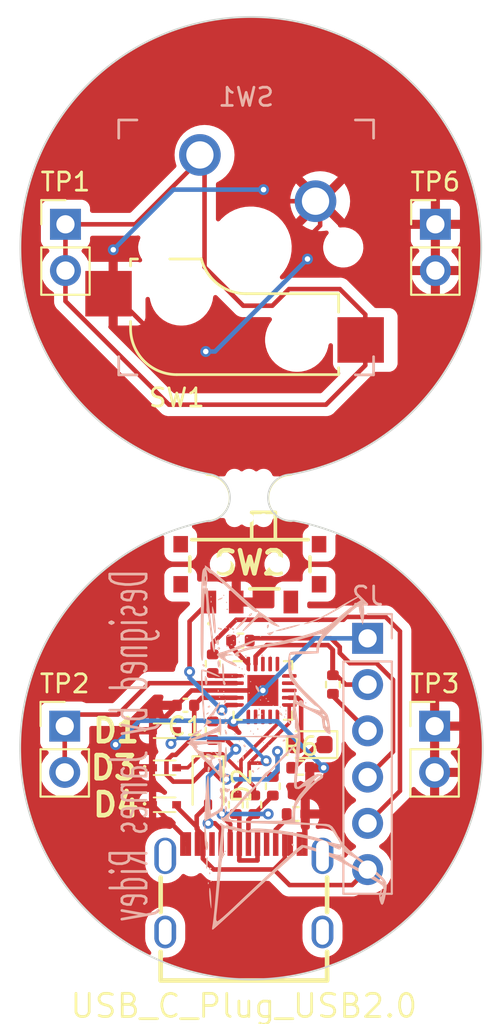
<source format=kicad_pcb>
(kicad_pcb (version 20221018) (generator pcbnew)
  (layers (0 "F.Cu" signal) (31 "B.Cu" signal) (34 "B.Paste" user) (35 "F.Paste" user) (36 "B.SilkS" user "B.Silkscreen") (37 "F.SilkS" user "F.Silkscreen") (38 "B.Mask" user) (39 "F.Mask" user) (44 "Edge.Cuts" user))
  (net 0 "")
  (net 1 "GND")
  (net 2 "/D-")
  (net 3 "+5VP")
  (net 4 "/D+")
  (net 5 "Net-(P1-CC2)")
  (net 6 "Net-(P1-CC1)")
  (net 9 "/PA3")
  (net 10 "/PA4")
  (net 11 "/PA5")
  (net 12 "/PA6")
  (net 13 "/PA7")
  (net 14 "/PB0")
  (net 15 "/PB1")
  (net 16 "/PB2")
  (net 17 "/PB5")
  (net 18 "/PC0")
  (net 19 "/PC1")
  (net 20 "/PC2")
  (net 21 "/PC3")
  (net 22 "/VIN")
  (net 23 "Net-(P1-D+-PadA6)")
  (net 24 "Net-(P1-D--PadA7)")
  (net 25 "/PA2 UART RX")
  (net 26 "/PA0 UPDI")
  (net 27 "/PA1 UART TX")
  (net 28 "Net-(J2-Pin_3)")
  (net 29 "Net-(J2-Pin_4)")
  (net 30 "Net-(D5-K)")
  (net 31 "Net-(J2-Pin_5)")
  (net 32 "Net-(TP1-Pin_1)")
  (net 33 "GND2")
  (footprint "Resistor_SMD:R_0402_1005Metric" (layer "F.Cu") (at 140.46 119.761)
    (fp_text reference "R3" hide)
    (fp_text value "1k")
    (pad "1" smd roundrect (at -0.51 0) (size 0.54 0.64) (layers "F.Cu" "F.Paste" "F.Mask") (net 27 "/PA1 UART TX"))
    (pad "2" smd roundrect (at 0.51 0) (size 0.54 0.64) (layers "F.Cu" "F.Paste" "F.Mask") (net 29 "Net-(J2-Pin_4)"))
  )
  (footprint "Resistor_SMD:R_0402_1005Metric" (layer "F.Cu") (at 142.24 127.762 -90)
    (fp_text reference "R7" hide)
    (fp_text value "1.5k")
    (pad "1" smd roundrect (at -0.51 0 270) (size 0.54 0.64) (layers "F.Cu" "F.Paste" "F.Mask") (net 3 "+5VP"))
    (pad "2" smd roundrect (at 0.51 0 270) (size 0.54 0.64) (layers "F.Cu" "F.Paste" "F.Mask") (net 24 "Net-(P1-D--PadA7)"))
  )
  (footprint "Capacitor_SMD:C_0402_1005Metric" (layer "F.Cu") (at 137.442 123.317 180)
    (fp_text reference "C1" (at 0 -1.16) (layer "F.SilkS"))
    (fp_text value "100n")
    (pad "1" smd roundrect (at -0.48 0 180) (size 0.56 0.62) (layers "F.Cu" "F.Paste" "F.Mask") (net 3 "+5VP"))
    (pad "2" smd roundrect (at 0.48 0 180) (size 0.56 0.62) (layers "F.Cu" "F.Paste" "F.Mask") (net 1 "GND"))
  )
  (footprint "Package_DFN_QFN:VQFN-20-1EP_3x3mm_P0.4mm_EP1.7x1.7mm" (layer "F.Cu") (at 141.694 122.502)
    (fp_text reference "U1" hide)
    (fp_text value "ATtiny416-M")
    (pad "1" smd custom (at -1.45 -0.8) (size 0.143431 0.143431) (layers "F.Cu" "F.Paste" "F.Mask") (net 25 "/PA2 UART RX") (options (clearance outline) (anchor circle)) (primitives (gr_poly (pts (xy 0.35 0.000711) (xy 0.35 0.05) (xy -0.35 0.05) (xy -0.35 -0.05) (xy 0.299289 -0.05)) (width 0.1) (fill yes))))
    (pad "2" smd roundrect (at -1.45 -0.4) (size 0.8 0.2) (layers "F.Cu" "F.Paste" "F.Mask") (net 9 "/PA3"))
    (pad "3" smd roundrect (at -1.45 0) (size 0.8 0.2) (layers "F.Cu" "F.Paste" "F.Mask") (net 1 "GND"))
    (pad "4" smd roundrect (at -1.45 0.4) (size 0.8 0.2) (layers "F.Cu" "F.Paste" "F.Mask") (net 3 "+5VP"))
    (pad "5" smd custom (at -1.45 0.8) (size 0.143431 0.143431) (layers "F.Cu" "F.Paste" "F.Mask") (net 10 "/PA4") (options (clearance outline) (anchor circle)) (primitives (gr_poly (pts (xy 0.35 -0.000711) (xy 0.299289 0.05) (xy -0.35 0.05) (xy -0.35 -0.05) (xy 0.35 -0.05)) (width 0.1) (fill yes))))
    (pad "6" smd custom (at -0.8 1.45) (size 0.143431 0.143431) (layers "F.Cu" "F.Paste" "F.Mask") (net 11 "/PA5") (options (clearance outline) (anchor circle)) (primitives (gr_poly (pts (xy 0.05 0.35) (xy -0.05 0.35) (xy -0.05 -0.299289) (xy 0.000711 -0.35) (xy 0.05 -0.35)) (width 0.1) (fill yes))))
    (pad "7" smd roundrect (at -0.4 1.45) (size 0.2 0.8) (layers "F.Cu" "F.Paste" "F.Mask") (net 12 "/PA6"))
    (pad "8" smd roundrect (at 0 1.45) (size 0.2 0.8) (layers "F.Cu" "F.Paste" "F.Mask") (net 13 "/PA7"))
    (pad "9" smd roundrect (at 0.4 1.45) (size 0.2 0.8) (layers "F.Cu" "F.Paste" "F.Mask") (net 17 "/PB5"))
    (pad "10" smd custom (at 0.8 1.45) (size 0.143431 0.143431) (layers "F.Cu" "F.Paste" "F.Mask") (net 4 "/D+") (options (clearance outline) (anchor circle)) (primitives (gr_poly (pts (xy 0.05 -0.299289) (xy 0.05 0.35) (xy -0.05 0.35) (xy -0.05 -0.35) (xy -0.000711 -0.35)) (width 0.1) (fill yes))))
    (pad "11" smd custom (at 1.45 0.8) (size 0.143431 0.143431) (layers "F.Cu" "F.Paste" "F.Mask") (net 2 "/D-") (options (clearance outline) (anchor circle)) (primitives (gr_poly (pts (xy 0.35 0.05) (xy -0.299289 0.05) (xy -0.35 -0.000711) (xy -0.35 -0.05) (xy 0.35 -0.05)) (width 0.1) (fill yes))))
    (pad "12" smd roundrect (at 1.45 0.4) (size 0.8 0.2) (layers "F.Cu" "F.Paste" "F.Mask") (net 16 "/PB2"))
    (pad "13" smd roundrect (at 1.45 0) (size 0.8 0.2) (layers "F.Cu" "F.Paste" "F.Mask") (net 15 "/PB1"))
    (pad "14" smd roundrect (at 1.45 -0.4) (size 0.8 0.2) (layers "F.Cu" "F.Paste" "F.Mask") (net 14 "/PB0"))
    (pad "15" smd custom (at 1.45 -0.8) (size 0.143431 0.143431) (layers "F.Cu" "F.Paste" "F.Mask") (net 18 "/PC0") (options (clearance outline) (anchor circle)) (primitives (gr_poly (pts (xy 0.35 0.05) (xy -0.35 0.05) (xy -0.35 0.000711) (xy -0.299289 -0.05) (xy 0.35 -0.05)) (width 0.1) (fill yes))))
    (pad "16" smd custom (at 0.8 -1.45) (size 0.143431 0.143431) (layers "F.Cu" "F.Paste" "F.Mask") (net 19 "/PC1") (options (clearance outline) (anchor circle)) (primitives (gr_poly (pts (xy 0.05 0.299289) (xy -0.000711 0.35) (xy -0.05 0.35) (xy -0.05 -0.35) (xy 0.05 -0.35)) (width 0.1) (fill yes))))
    (pad "17" smd roundrect (at 0.4 -1.45) (size 0.2 0.8) (layers "F.Cu" "F.Paste" "F.Mask") (net 20 "/PC2"))
    (pad "18" smd roundrect (at 0 -1.45) (size 0.2 0.8) (layers "F.Cu" "F.Paste" "F.Mask") (net 21 "/PC3"))
    (pad "19" smd roundrect (at -0.4 -1.45) (size 0.2 0.8) (layers "F.Cu" "F.Paste" "F.Mask") (net 26 "/PA0 UPDI"))
    (pad "20" smd custom (at -0.8 -1.45) (size 0.143431 0.143431) (layers "F.Cu" "F.Paste" "F.Mask") (net 27 "/PA1 UART TX") (options (clearance outline) (anchor circle)) (primitives (gr_poly (pts (xy 0.05 0.35) (xy 0.000711 0.35) (xy -0.05 0.299289) (xy -0.05 -0.35) (xy 0.05 -0.35)) (width 0.1) (fill yes))))
    (pad "21" smd rect (at 0 0) (size 1.7 1.7) (layers "F.Cu" "F.Mask") (net 1 "GND"))
  )
  (footprint "Resistor_SMD:R_0402_1005Metric" (layer "F.Cu") (at 141.224 128.776 90)
    (fp_text reference "R8" hide)
    (fp_text value "68")
    (pad "1" smd roundrect (at -0.51 0 90) (size 0.54 0.64) (layers "F.Cu" "F.Paste" "F.Mask") (net 24 "Net-(P1-D--PadA7)"))
    (pad "2" smd roundrect (at 0.51 0 90) (size 0.54 0.64) (layers "F.Cu" "F.Paste" "F.Mask") (net 2 "/D-"))
  )
  (footprint "panelization:mouse-bite-2.54mm-slot" (layer "F.Cu") (at 140.932 111.93)
    (fp_text reference "H2" hide)
    (fp_text value "MountingHole" hide)
    (pad "" np_thru_hole circle (at -0.8 -1.1) (size 0.5 0.5) (drill 0.5) (layers "*.Cu" "*.Mask"))
    (pad "" np_thru_hole circle (at -0.8 1.1) (size 0.5 0.5) (drill 0.5) (layers "*.Cu" "*.Mask"))
    (pad "" np_thru_hole circle (at 0 -1.1) (size 0.5 0.5) (drill 0.5) (layers "F&B.Cu" "*.Mask"))
    (pad "" np_thru_hole circle (at 0 1.1) (size 0.5 0.5) (drill 0.5) (layers "*.Cu" "*.Mask"))
    (pad "" np_thru_hole circle (at 0.8 -1.1) (size 0.5 0.5) (drill 0.5) (layers "*.Cu" "*.Mask"))
    (pad "" np_thru_hole circle (at 0.8 1.1) (size 0.5 0.5) (drill 0.5) (layers "*.Cu" "*.Mask"))
  )
  (footprint "Diode_SMD:D_SOD-323" (layer "F.Cu") (at 138.684 127.728 -90)
    (fp_text reference "D2" (at 0 -1.85 90) (layer "F.SilkS"))
    (fp_text value "D_Schottky")
    (pad "1" smd roundrect (at -1.05 0 270) (size 0.6 0.45) (layers "F.Cu" "F.Paste" "F.Mask") (net 3 "+5VP"))
    (pad "2" smd roundrect (at 1.05 0 270) (size 0.6 0.45) (layers "F.Cu" "F.Paste" "F.Mask") (net 22 "/VIN"))
  )
  (footprint "Resistor_SMD:R_0402_1005Metric" (layer "F.Cu") (at 143.762 126.746)
    (fp_text reference "R6" (at 0 -1.17) (layer "F.SilkS"))
    (fp_text value "500")
    (pad "1" smd roundrect (at -0.51 0) (size 0.54 0.64) (layers "F.Cu" "F.Paste" "F.Mask") (net 30 "Net-(D5-K)"))
    (pad "2" smd roundrect (at 0.51 0) (size 0.54 0.64) (layers "F.Cu" "F.Paste" "F.Mask") (net 1 "GND"))
  )
  (footprint "SamacSys:LESD5D50CT1G" (layer "F.Cu") (at 136.296 126.746)
    (fp_text reference "D3" (at -2.794 0) (layer "F.SilkS") (effects (font (size 1.27 1.27) (thickness 0.254))))
    (fp_text value "LESD5D5.0CT1G" hide)
    (pad "1" smd rect (at -0.66 0 90) (size 0.4 0.48) (layers "F.Cu" "F.Paste" "F.Mask") (net 1 "GND"))
    (pad "2" smd rect (at 0.66 0 90) (size 0.4 0.48) (layers "F.Cu" "F.Paste" "F.Mask") (net 4 "/D+"))
  )
  (footprint "Resistor_SMD:R_0402_1005Metric" (layer "F.Cu") (at 140.208 128.776 90)
    (fp_text reference "R9" hide)
    (fp_text value "68")
    (pad "1" smd roundrect (at -0.51 0 90) (size 0.54 0.64) (layers "F.Cu" "F.Paste" "F.Mask") (net 23 "Net-(P1-D+-PadA6)"))
    (pad "2" smd roundrect (at 0.51 0 90) (size 0.54 0.64) (layers "F.Cu" "F.Paste" "F.Mask") (net 4 "/D+"))
  )
  (footprint "Resistor_SMD:R_0402_1005Metric" (layer "F.Cu") (at 138.938 121.033 90)
    (fp_text reference "R4" hide)
    (fp_text value "1k")
    (pad "1" smd roundrect (at -0.51 0 90) (size 0.54 0.64) (layers "F.Cu" "F.Paste" "F.Mask") (net 25 "/PA2 UART RX"))
    (pad "2" smd roundrect (at 0.51 0 90) (size 0.54 0.64) (layers "F.Cu" "F.Paste" "F.Mask") (net 31 "Net-(J2-Pin_5)"))
  )
  (footprint "Connector_PinHeader_2.54mm:PinHeader_1x02_P2.54mm_Vertical" (layer "F.Cu") (at 151.17 96.901)
    (fp_text reference "TP6" (at 0 -2.33) (layer "F.SilkS"))
    (fp_text value "TestPoint")
    (pad "1" thru_hole rect (at 0 0) (size 1.7 1.7) (drill 1) (layers "*.Cu" "*.Mask") (net 33 "GND2"))
    (pad "2" thru_hole oval (at 0 2.54) (size 1.7 1.7) (drill 1) (layers "*.Cu" "*.Mask") (net 33 "GND2"))
  )
  (footprint "Connector_PinHeader_2.54mm:PinHeader_1x02_P2.54mm_Vertical" (layer "F.Cu") (at 130.85 96.901)
    (fp_text reference "TP1" (at 0 -2.33) (layer "F.SilkS"))
    (fp_text value "TestPoint")
    (pad "1" thru_hole rect (at 0 0) (size 1.7 1.7) (drill 1) (layers "*.Cu" "*.Mask") (net 32 "Net-(TP1-Pin_1)"))
    (pad "2" thru_hole oval (at 0 2.54) (size 1.7 1.7) (drill 1) (layers "*.Cu" "*.Mask") (net 32 "Net-(TP1-Pin_1)"))
  )
  (footprint "LED_SMD:LED_0603_1608Metric" (layer "F.Cu") (at 144.2975 125.476 180)
    (fp_text reference "D5" hide)
    (fp_text value "LED")
    (pad "1" smd roundrect (at -0.7875 0 180) (size 0.875 0.95) (layers "F.Cu" "F.Paste" "F.Mask") (net 30 "Net-(D5-K)"))
    (pad "2" smd roundrect (at 0.7875 0 180) (size 0.875 0.95) (layers "F.Cu" "F.Paste" "F.Mask") (net 16 "/PB2"))
  )
  (footprint "Connector_PinHeader_2.54mm:PinHeader_1x02_P2.54mm_Vertical" (layer "F.Cu") (at 130.81 124.46)
    (fp_text reference "TP2" (at 0 -2.33) (layer "F.SilkS"))
    (fp_text value "TestPoint")
    (pad "1" thru_hole rect (at 0 0) (size 1.7 1.7) (drill 1) (layers "*.Cu" "*.Mask") (net 9 "/PA3"))
    (pad "2" thru_hole oval (at 0 2.54) (size 1.7 1.7) (drill 1) (layers "*.Cu" "*.Mask") (net 9 "/PA3"))
  )
  (footprint "Resistor_SMD:R_0402_1005Metric" (layer "F.Cu") (at 138.938 124.712 -90)
    (fp_text reference "R2" hide)
    (fp_text value "5.1k")
    (pad "1" smd roundrect (at -0.51 0 270) (size 0.54 0.64) (layers "F.Cu" "F.Paste" "F.Mask") (net 1 "GND"))
    (pad "2" smd roundrect (at 0.51 0 270) (size 0.54 0.64) (layers "F.Cu" "F.Paste" "F.Mask") (net 6 "Net-(P1-CC1)"))
  )
  (footprint "Connector_PinHeader_2.54mm:PinHeader_1x02_P2.54mm_Vertical" (layer "F.Cu") (at 151.13 124.46)
    (fp_text reference "TP3" (at 0 -2.33) (layer "F.SilkS"))
    (fp_text value "TestPoint")
    (pad "1" thru_hole rect (at 0 0) (size 1.7 1.7) (drill 1) (layers "*.Cu" "*.Mask") (net 1 "GND"))
    (pad "2" thru_hole oval (at 0 2.54) (size 1.7 1.7) (drill 1) (layers "*.Cu" "*.Mask") (net 1 "GND"))
  )
  (footprint "SamacSys:TA3524AA" (layer "F.Cu") (at 140.98 115.57)
    (fp_text reference "SW2" (at 0 -0.075) (layer "F.SilkS") (effects (font (size 1.27 1.27) (thickness 0.254))))
    (fp_text value "SW_SPST" hide)
    (pad "" np_thru_hole circle (at -1.5 0) (size 0.9 0.9) (drill 0.9) (layers "*.Cu" "*.Mask"))
    (pad "" np_thru_hole circle (at 1.5 0) (size 0.9 0.9) (drill 0.9) (layers "*.Cu" "*.Mask"))
    (pad "1" smd rect (at -2.25 2.075) (size 0.8 1.25) (layers "F.Cu" "F.Paste" "F.Mask") (net 10 "/PA4"))
    (pad "2" smd rect (at -0.75 2.075) (size 0.8 1.25) (layers "F.Cu" "F.Paste" "F.Mask") (net 1 "GND"))
    (pad "3" smd rect (at 2.25 2.075) (size 0.8 1.25) (layers "F.Cu" "F.Paste" "F.Mask"))
    (pad "MP1" smd rect (at -3.8 1.1) (size 0.8 0.9) (layers "F.Cu" "F.Paste" "F.Mask"))
    (pad "MP2" smd rect (at 3.8 1.1) (size 0.8 0.9) (layers "F.Cu" "F.Paste" "F.Mask"))
    (pad "MP3" smd rect (at -3.8 -1.1) (size 0.8 0.9) (layers "F.Cu" "F.Paste" "F.Mask"))
    (pad "MP4" smd rect (at 3.8 -1.1) (size 0.8 0.9) (layers "F.Cu" "F.Paste" "F.Mask"))
  )
  (footprint "SamacSys:LESD5D50CT1G" (layer "F.Cu") (at 136.296 128.778)
    (fp_text reference "D4" (at -2.667 0) (layer "F.SilkS") (effects (font (size 1.27 1.27) (thickness 0.254))))
    (fp_text value "LESD5D5.0CT1G" hide)
    (pad "1" smd rect (at -0.66 0 90) (size 0.4 0.48) (layers "F.Cu" "F.Paste" "F.Mask") (net 1 "GND"))
    (pad "2" smd rect (at 0.66 0 90) (size 0.4 0.48) (layers "F.Cu" "F.Paste" "F.Mask") (net 22 "/VIN"))
  )
  (footprint "Resistor_SMD:R_0402_1005Metric" (layer "F.Cu") (at 143.512 129.286 180)
    (fp_text reference "R1" hide)
    (fp_text value "5.1k")
    (pad "1" smd roundrect (at -0.51 0 180) (size 0.54 0.64) (layers "F.Cu" "F.Paste" "F.Mask") (net 1 "GND"))
    (pad "2" smd roundrect (at 0.51 0 180) (size 0.54 0.64) (layers "F.Cu" "F.Paste" "F.Mask") (net 5 "Net-(P1-CC2)"))
  )
  (footprint "usbc:USB-C-SMD_KH-TYPE-C-16P" (layer "F.Cu") (at 140.65 133.35)
    (fp_text reference "P1" hide)
    (fp_text value "USB_C_Plug_USB2.0" (at 0 6.477) (layer "F.SilkS") (effects (font (size 1.27 1.27))))
    (pad "" np_thru_hole circle (at -2.89 -1.235) (size 0.7 0.7) (drill 0.7) (layers "*.Cu" "*.Mask"))
    (pad "" np_thru_hole circle (at 2.89 -1.235) (size 0.7 0.7) (drill 0.7) (layers "*.Cu" "*.Mask"))
    (pad "1" thru_hole oval (at -4.32 -1.765) (size 1.2 2) (drill oval 0.7 1.7) (layers "*.Cu" "*.Paste" "*.Mask"))
    (pad "2" thru_hole oval (at 4.32 -1.765) (size 1.2 2) (drill oval 0.7 1.7) (layers "*.Cu" "*.Paste" "*.Mask"))
    (pad "3" thru_hole oval (at -4.32 2.415) (size 1.2 1.8) (drill oval 0.7 1.4) (layers "*.Cu" "*.Paste" "*.Mask"))
    (pad "4" thru_hole oval (at 4.32 2.415) (size 1.2 1.8) (drill oval 0.7 1.4) (layers "*.Cu" "*.Paste" "*.Mask"))
    (pad "A1" smd rect (at -3.35 -2.415) (size 0.3 1.3) (layers "F.Cu" "F.Paste" "F.Mask") (net 1 "GND"))
    (pad "A4" smd rect (at -2.55 -2.415) (size 0.3 1.3) (layers "F.Cu" "F.Paste" "F.Mask") (net 22 "/VIN"))
    (pad "A5" smd rect (at -1.25 -2.415) (size 0.3 1.3) (layers "F.Cu" "F.Paste" "F.Mask") (net 6 "Net-(P1-CC1)"))
    (pad "A6" smd rect (at -0.25 -2.415) (size 0.3 1.3) (layers "F.Cu" "F.Paste" "F.Mask") (net 23 "Net-(P1-D+-PadA6)"))
    (pad "A7" smd rect (at 0.25 -2.415) (size 0.3 1.3) (layers "F.Cu" "F.Paste" "F.Mask") (net 24 "Net-(P1-D--PadA7)"))
    (pad "A8" smd rect (at 1.25 -2.415) (size 0.3 1.3) (layers "F.Cu" "F.Paste" "F.Mask"))
    (pad "A9" smd rect (at 2.55 -2.415) (size 0.3 1.3) (layers "F.Cu" "F.Paste" "F.Mask") (net 22 "/VIN"))
    (pad "A12" smd rect (at 3.35 -2.415) (size 0.3 1.3) (layers "F.Cu" "F.Paste" "F.Mask") (net 1 "GND"))
    (pad "B1" smd rect (at 3.05 -2.415) (size 0.3 1.3) (layers "F.Cu" "F.Paste" "F.Mask") (net 1 "GND"))
    (pad "B4" smd rect (at 2.25 -2.415) (size 0.3 1.3) (layers "F.Cu" "F.Paste" "F.Mask") (net 22 "/VIN"))
    (pad "B5" smd rect (at 1.75 -2.415) (size 0.3 1.3) (layers "F.Cu" "F.Paste" "F.Mask") (net 5 "Net-(P1-CC2)"))
    (pad "B6" smd rect (at 0.75 -2.415) (size 0.3 1.3) (layers "F.Cu" "F.Paste" "F.Mask") (net 23 "Net-(P1-D+-PadA6)"))
    (pad "B7" smd rect (at -0.75 -2.415) (size 0.3 1.3) (layers "F.Cu" "F.Paste" "F.Mask") (net 24 "Net-(P1-D--PadA7)"))
    (pad "B8" smd rect (at -1.75 -2.415) (size 0.3 1.3) (layers "F.Cu" "F.Paste" "F.Mask"))
    (pad "B9" smd rect (at -2.25 -2.415) (size 0.3 1.3) (layers "F.Cu" "F.Paste" "F.Mask") (net 22 "/VIN"))
    (pad "B12" smd rect (at -3.05 -2.415) (size 0.3 1.3) (layers "F.Cu" "F.Paste" "F.Mask") (net 1 "GND"))
  )
  (footprint "SamacSys:LESD5D50CT1G" (layer "F.Cu") (at 136.296 124.714)
    (fp_text reference "D1" (at -2.667 0) (layer "F.SilkS") (effects (font (size 1.27 1.27) (thickness 0.254))))
    (fp_text value "LESD5D5.0CT1G" hide)
    (pad "1" smd rect (at -0.66 0 90) (size 0.4 0.48) (layers "F.Cu" "F.Paste" "F.Mask") (net 1 "GND"))
    (pad "2" smd rect (at 0.66 0 90) (size 0.4 0.48) (layers "F.Cu" "F.Paste" "F.Mask") (net 2 "/D-"))
  )
  (footprint "Resistor_SMD:R_0402_1005Metric" (layer "F.Cu") (at 145.542 122.176 -90)
    (fp_text reference "R5" hide)
    (fp_text value "4.7k")
    (pad "1" smd roundrect (at -0.51 0 270) (size 0.54 0.64) (layers "F.Cu" "F.Paste" "F.Mask") (net 26 "/PA0 UPDI"))
    (pad "2" smd roundrect (at 0.51 0 270) (size 0.54 0.64) (layers "F.Cu" "F.Paste" "F.Mask") (net 28 "Net-(J2-Pin_3)"))
  )
  (footprint "keyswitches:Kailh_socket_MX_optional" (layer "B.Cu") (at 140.776 98.171 180)
    (fp_text reference "SW1" (at 0 8.255) (layer "B.SilkS") (effects (justify mirror)))
    (fp_text value "SW_Push")
    (fp_text user "${REFERENCE}" (at 3.81 -8.255) (layer "F.SilkS"))
    (pad "" np_thru_hole circle (at -5.08 0 180) (size 1.7018 1.7018) (drill 1.7018) (layers "*.Cu" "*.Mask"))
    (pad "" np_thru_hole circle (at -2.54 -5.08 180) (size 3 3) (drill 3) (layers "*.Cu" "*.Mask"))
    (pad "" np_thru_hole circle (at 0 0 180) (size 3.9878 3.9878) (drill 3.9878) (layers "*.Cu" "*.Mask"))
    (pad "" np_thru_hole circle (at 3.81 -2.54 180) (size 3 3) (drill 3) (layers "*.Cu" "*.Mask"))
    (pad "" np_thru_hole circle (at 5.08 0 180) (size 1.7018 1.7018) (drill 1.7018) (layers "*.Cu" "*.Mask"))
    (pad "1" smd rect (at -6.29 -5.08 180) (size 2.55 2.5) (layers "F.Cu" "F.Paste" "F.Mask") (net 32 "Net-(TP1-Pin_1)"))
    (pad "1" thru_hole circle (at 2.54 5.08 180) (size 2.286 2.286) (drill 1.4986) (layers "*.Cu" "*.Mask") (net 32 "Net-(TP1-Pin_1)"))
    (pad "2" thru_hole circle (at -3.81 2.54 180) (size 2.286 2.286) (drill 1.4986) (layers "*.Cu" "*.Mask") (net 33 "GND2"))
    (pad "2" smd rect (at 7.56 -2.54 180) (size 2.55 2.5) (layers "F.Cu" "F.Paste" "F.Mask") (net 33 "GND2"))
  )
  (footprint "walking-boat:test7" (layer "B.Cu") (at 143.002 125.6284 -90)
    (fp_text reference "G***" hide)
    (fp_text value "LOGO" hide)
  )
  (footprint "Connector_PinHeader_2.54mm:PinHeader_1x06_P2.54mm_Vertical" (layer "B.Cu") (at 147.447 119.639 180)
    (fp_text reference "J2" (at 0 2.33) (layer "B.SilkS") (effects (justify mirror)))
    (fp_text value "Conn_01x05")
    (pad "1" thru_hole rect (at 0 0 180) (size 1.7 1.7) (drill 1) (layers "*.Cu" "*.Mask") (net 1 "GND"))
    (pad "2" thru_hole oval (at 0 -2.54 180) (size 1.7 1.7) (drill 1) (layers "*.Cu" "*.Mask") (net 26 "/PA0 UPDI"))
    (pad "3" thru_hole oval (at 0 -5.08 180) (size 1.7 1.7) (drill 1) (layers "*.Cu" "*.Mask") (net 28 "Net-(J2-Pin_3)"))
    (pad "4" thru_hole oval (at 0 -7.62 180) (size 1.7 1.7) (drill 1) (layers "*.Cu" "*.Mask") (net 29 "Net-(J2-Pin_4)"))
    (pad "5" thru_hole oval (at 0 -10.16 180) (size 1.7 1.7) (drill 1) (layers "*.Cu" "*.Mask") (net 31 "Net-(J2-Pin_5)"))
    (pad "6" thru_hole oval (at 0 -12.7 180) (size 1.7 1.7) (drill 1) (layers "*.Cu" "*.Mask") (net 22 "/VIN"))
  )
  (gr_arc (start 143.39192 113.1824) (mid 141.98163 111.99816) (end 143.220533 110.63564) (stroke (width 0.1)) (layer "Edge.Cuts"))
  (gr_line (start 138.721335 113.207549) (end 138.719055 113.186301) (stroke (width 0.1)) (layer "Edge.Cuts"))
  (gr_arc (start 138.808846 110.629654) (mid 139.88423 111.956593) (end 138.721335 113.207549) (stroke (width 0.1)) (layer "Edge.Cuts"))
  (gr_arc (start 138.808846 110.629653) (mid 141.048773 85.515631) (end 143.220533 110.63564) (stroke (width 0.1)) (layer "Edge.Cuts"))
  (gr_arc (start 143.39192 113.182401) (mid 141.076513 138.372494) (end 138.719055 113.186301) (stroke (width 0.1)) (layer "Edge.Cuts"))
  (gr_text "Designed by James Ridey\n" (at 135.5344 115.7732 90) (layer "B.SilkS") (effects (font (size 2 1)) (justify left bottom mirror)))
  (segment (start 144 129.308) (end 144.022 129.286) (width 0.25) (layer "F.Cu") (net 1))
  (segment (start 140.071657 124.206) (end 138.942 124.206) (width 0.25) (layer "F.Cu") (net 1))
  (segment (start 137.777 122.502) (end 140.244 122.502) (width 0.25) (layer "F.Cu") (net 1))
  (segment (start 144 130.935) (end 144 129.308) (width 0.25) (layer "F.Cu") (net 1))
  (segment (start 137.6 130.935) (end 137.539 130.935) (width 0.25) (layer "F.Cu") (net 1))
  (segment (start 144.272 126.746) (end 145.034 126.746) (width 0.25) (layer "F.Cu") (net 1))
  (segment (start 140.082823 124.194834) (end 140.071657 124.206) (width 0.25) (layer "F.Cu") (net 1))
  (segment (start 137.6 130.935) (end 137.6 130.742) (width 0.25) (layer "F.Cu") (net 1))
  (segment (start 137.3 130.435) (end 136.246 129.381) (width 0.25) (layer "F.Cu") (net 1))
  (segment (start 137.6 130.742) (end 135.636 128.778) (width 0.25) (layer "F.Cu") (net 1))
  (segment (start 136.962 123.317) (end 136.962 123.388) (width 0.25) (layer "F.Cu") (net 1))
  (segment (start 140.244 122.502) (end 141.694 122.502) (width 0.25) (layer "F.Cu") (net 1))
  (segment (start 136.962 123.317) (end 136.246 124.033) (width 0.25) (layer "F.Cu") (net 1))
  (segment (start 137.3 130.935) (end 137.3 130.435) (width 0.25) (layer "F.Cu") (net 1))
  (segment (start 138.942 124.206) (end 138.938 124.202) (width 0.25) (layer "F.Cu") (net 1))
  (segment (start 136.962 123.388) (end 135.636 124.714) (width 0.25) (layer "F.Cu") (net 1))
  (segment (start 137.6 130.935) (end 137.3 130.935) (width 0.25) (layer "F.Cu") (net 1))
  (segment (start 141.694 122.502) (end 141.694029 122.502029) (width 0.25) (layer "F.Cu") (net 1))
  (segment (start 136.962 123.317) (end 137.777 122.502) (width 0.25) (layer "F.Cu") (net 1))
  (via (at 145.034 126.746) (size 0.6) (drill 0.3) (layers "F.Cu" "B.Cu") (net 1))
  (via (at 140.082823 124.194834) (size 0.6) (drill 0.3) (layers "F.Cu" "B.Cu") (net 1))
  (via (at 141.694029 122.502029) (size 0.6) (drill 0.3) (layers "F.Cu" "B.Cu") (net 1))
  (via (at 133.604 125.476) (size 0.6) (drill 0.3) (layers "F.Cu" "B.Cu") (net 1))
  (segment (start 140.071657 124.206) (end 140.082823 124.194834) (width 0.25) (layer "B.Cu") (net 1))
  (segment (start 144.557058 119.639) (end 141.694029 122.502029) (width 0.25) (layer "B.Cu") (net 1))
  (segment (start 141.694029 122.502029) (end 140.082823 124.113235) (width 0.25) (layer "B.Cu") (net 1))
  (segment (start 140.082823 124.113235) (end 140.082823 124.194834) (width 0.25) (layer "B.Cu") (net 1))
  (segment (start 138.479041 124.161998) (end 138.523041 124.206) (width 0.25) (layer "B.Cu") (net 1))
  (segment (start 145.034 126.746) (end 142.482834 124.194834) (width 0.25) (layer "B.Cu") (net 1))
  (segment (start 142.482834 124.194834) (end 140.082823 124.194834) (width 0.25) (layer "B.Cu") (net 1))
  (segment (start 147.447 119.639) (end 144.557058 119.639) (width 0.25) (layer "B.Cu") (net 1))
  (segment (start 134.918002 124.161998) (end 138.479041 124.161998) (width 0.25) (layer "B.Cu") (net 1))
  (segment (start 133.604 125.476) (end 134.918002 124.161998) (width 0.25) (layer "B.Cu") (net 1))
  (segment (start 138.523041 124.206) (end 140.071657 124.206) (width 0.25) (layer "B.Cu") (net 1))
  (segment (start 136.956 125.109147) (end 136.645415 125.419732) (width 0.2) (layer "F.Cu") (net 2))
  (segment (start 140.941 126.746) (end 140.941 126.490028) (width 0.2) (layer "F.Cu") (net 2))
  (segment (start 143.144 124.287028) (end 143.144 123.302) (width 0.2) (layer "F.Cu") (net 2))
  (segment (start 140.941 127.502999) (end 140.941 126.746) (width 0.2) (layer "F.Cu") (net 2))
  (segment (start 140.941 126.490028) (end 141.750036 126.490028) (width 0.2) (layer "F.Cu") (net 2))
  (segment (start 141.224 127.785999) (end 140.941 127.502999) (width 0.2) (layer "F.Cu") (net 2))
  (segment (start 141.750036 126.490028) (end 141.875064 126.365) (width 0.2) (layer "F.Cu") (net 2))
  (segment (start 141.224 128.266) (end 141.224 127.785999) (width 0.2) (layer "F.Cu") (net 2))
  (segment (start 136.956 124.714) (end 136.956 125.109147) (width 0.2) (layer "F.Cu") (net 2))
  (segment (start 140.941 126.490028) (end 143.144 124.287028) (width 0.2) (layer "F.Cu") (net 2))
  (via (at 141.875064 126.365) (size 0.6) (drill 0.3) (layers "F.Cu" "B.Cu") (net 2))
  (via (at 136.645415 125.419732) (size 0.6) (drill 0.3) (layers "F.Cu" "B.Cu") (net 2))
  (segment (start 136.935147 125.13) (end 140.640064 125.13) (width 0.2) (layer "B.Cu") (net 2))
  (segment (start 136.645415 125.419732) (end 136.935147 125.13) (width 0.2) (layer "B.Cu") (net 2))
  (segment (start 140.640064 125.13) (end 141.875064 126.365) (width 0.2) (layer "B.Cu") (net 2))
  (segment (start 136.398 127.132) (end 136.774 127.508) (width 0.25) (layer "F.Cu") (net 3))
  (segment (start 136.909031 126.04) (end 136.718 126.04) (width 0.25) (layer "F.Cu") (net 3))
  (segment (start 136.718 126.04) (end 136.398 126.36) (width 0.25) (layer "F.Cu") (net 3))
  (segment (start 138.337 122.902) (end 137.922 123.317) (width 0.25) (layer "F.Cu") (net 3))
  (segment (start 139.387 127.381) (end 138.684 126.678) (width 0.25) (layer "F.Cu") (net 3))
  (segment (start 137.922 123.317) (end 137.922 125.027031) (width 0.25) (layer "F.Cu") (net 3))
  (segment (start 136.774 127.508) (end 137.854 127.508) (width 0.25) (layer "F.Cu") (net 3))
  (segment (start 139.7 127.381) (end 139.387 127.381) (width 0.25) (layer "F.Cu") (net 3))
  (segment (start 137.922 125.027031) (end 136.909031 126.04) (width 0.25) (layer "F.Cu") (net 3))
  (segment (start 137.854 127.508) (end 138.684 126.678) (width 0.25) (layer "F.Cu") (net 3))
  (segment (start 142.500068 126.991932) (end 142.500068 125.850932) (width 0.25) (layer "F.Cu") (net 3))
  (segment (start 142.24 127.252) (end 142.500068 126.991932) (width 0.25) (layer "F.Cu") (net 3))
  (segment (start 140.244 122.902) (end 138.337 122.902) (width 0.25) (layer "F.Cu") (net 3))
  (segment (start 136.398 126.36) (end 136.398 127.132) (width 0.25) (layer "F.Cu") (net 3))
  (via (at 139.7 127.381) (size 0.6) (drill 0.3) (layers "F.Cu" "B.Cu") (net 3))
  (via (at 142.500068 125.850932) (size 0.6) (drill 0.3) (layers "F.Cu" "B.Cu") (net 3))
  (segment (start 142.500068 126.861816) (end 142.500068 125.850932) (width 0.25) (layer "B.Cu") (net 3))
  (segment (start 139.7 127.381) (end 141.980884 127.381) (width 0.25) (layer "B.Cu") (net 3))
  (segment (start 141.980884 127.381) (end 142.500068 126.861816) (width 0.25) (layer "B.Cu") (net 3))
  (segment (start 138.328 125.984) (end 139.475 125.984) (width 0.2) (layer "F.Cu") (net 4))
  (segment (start 137.566 126.746) (end 138.328 125.984) (width 0.2) (layer "F.Cu") (net 4))
  (segment (start 140.491 126.346737) (end 142.494 124.343737) (width 0.2) (layer "F.Cu") (net 4))
  (segment (start 140.491 127) (end 140.491 126.746) (width 0.2) (layer "F.Cu") (net 4))
  (segment (start 140.491 127.502999) (end 140.491 126.746) (width 0.2) (layer "F.Cu") (net 4))
  (segment (start 140.208 128.266) (end 140.208 127.785999) (width 0.2) (layer "F.Cu") (net 4))
  (segment (start 140.491 126.746) (end 140.491 126.346737) (width 0.2) (layer "F.Cu") (net 4))
  (segment (start 139.475 125.984) (end 140.491 127) (width 0.2) (layer "F.Cu") (net 4))
  (segment (start 142.494 124.343737) (end 142.494 123.952) (width 0.2) (layer "F.Cu") (net 4))
  (segment (start 136.956 126.746) (end 137.566 126.746) (width 0.2) (layer "F.Cu") (net 4))
  (segment (start 140.208 127.785999) (end 140.491 127.502999) (width 0.2) (layer "F.Cu") (net 4))
  (segment (start 142.4 130.935) (end 142.4 130.151307) (width 0.25) (layer "F.Cu") (net 5))
  (segment (start 143.002 129.549307) (end 143.002 129.286) (width 0.25) (layer "F.Cu") (net 5))
  (segment (start 142.4 130.151307) (end 143.002 129.549307) (width 0.25) (layer "F.Cu") (net 5))
  (segment (start 139.063 129.794) (end 138.684 129.794) (width 0.25) (layer "F.Cu") (net 6))
  (segment (start 139.7 125.222) (end 138.938 125.222) (width 0.25) (layer "F.Cu") (net 6))
  (segment (start 139.4 130.131) (end 139.063 129.794) (width 0.25) (layer "F.Cu") (net 6))
  (segment (start 139.4 130.935) (end 139.4 130.131) (width 0.25) (layer "F.Cu") (net 6))
  (segment (start 140.208 125.73) (end 139.7 125.222) (width 0.25) (layer "F.Cu") (net 6))
  (via (at 138.684 129.794) (size 0.6) (drill 0.3) (layers "F.Cu" "B.Cu") (net 6))
  (via (at 140.208 125.73) (size 0.6) (drill 0.3) (layers "F.Cu" "B.Cu") (net 6))
  (segment (start 140.208 125.73) (end 138.684 127.254) (width 0.25) (layer "B.Cu") (net 6))
  (segment (start 138.684 127.254) (end 138.684 129.794) (width 0.25) (layer "B.Cu") (net 6))
  (segment (start 135.454 122.102) (end 133.731 123.825) (width 0.25) (layer "F.Cu") (net 9))
  (segment (start 140.244 122.102) (end 135.454 122.102) (width 0.25) (layer "F.Cu") (net 9))
  (segment (start 131.445 123.825) (end 130.81 124.46) (width 0.25) (layer "F.Cu") (net 9))
  (segment (start 130.81 124.46) (end 130.81 127) (width 0.25) (layer "F.Cu") (net 9))
  (segment (start 133.731 123.825) (end 131.445 123.825) (width 0.25) (layer "F.Cu") (net 9))
  (segment (start 139.446 123.581) (end 139.725 123.302) (width 0.25) (layer "F.Cu") (net 10))
  (segment (start 138.73 117.645) (end 137.668 118.707) (width 0.25) (layer "F.Cu") (net 10))
  (segment (start 139.725 123.302) (end 140.244 123.302) (width 0.25) (layer "F.Cu") (net 10))
  (segment (start 137.668 118.707) (end 137.668 121.477) (width 0.25) (layer "F.Cu") (net 10))
  (via (at 139.446 123.581) (size 0.6) (drill 0.3) (layers "F.Cu" "B.Cu") (net 10))
  (via (at 137.668 121.477) (size 0.6) (drill 0.3) (layers "F.Cu" "B.Cu") (net 10))
  (segment (start 139.446 123.581) (end 137.668 121.803) (width 0.25) (layer "B.Cu") (net 10))
  (segment (start 137.668 121.803) (end 137.668 121.477) (width 0.25) (layer "B.Cu") (net 10))
  (segment (start 143.51 125.476) (end 143.796 125.19) (width 0.25) (layer "F.Cu") (net 16))
  (segment (start 143.796 125.19) (end 143.796 123.095) (width 0.25) (layer "F.Cu") (net 16))
  (segment (start 143.796 123.095) (end 143.603 122.902) (width 0.25) (layer "F.Cu") (net 16))
  (segment (start 143.603 122.902) (end 143.144 122.902) (width 0.25) (layer "F.Cu") (net 16))
  (segment (start 138.1 130.035) (end 136.956 128.891) (width 0.25) (layer "F.Cu") (net 22))
  (segment (start 136.956 128.891) (end 136.956 128.778) (width 0.25) (layer "F.Cu") (net 22))
  (segment (start 138.059 129.403) (end 138.684 128.778) (width 0.25) (layer "F.Cu") (net 22))
  (segment (start 142.9 131.739) (end 142.305 132.334) (width 0.25) (layer "F.Cu") (net 22))
  (segment (start 138.1 130.935) (end 138.1 130.121194) (width 0.25) (layer "F.Cu") (net 22))
  (segment (start 143.16 133.189) (end 142.305 132.334) (width 0.25) (layer "F.Cu") (net 22))
  (segment (start 138.059 130.094) (end 138.059 129.403) (width 0.25) (layer "F.Cu") (net 22))
  (segment (start 138.4 130.935) (end 138.4 130.435) (width 0.25) (layer "F.Cu") (net 22))
  (segment (start 138.1 130.935) (end 138.1 130.035) (width 0.25) (layer "F.Cu") (net 22))
  (segment (start 142.305 132.334) (end 138.995 132.334) (width 0.25) (layer "F.Cu") (net 22))
  (segment (start 138.4 130.435) (end 138.059 130.094) (width 0.25) (layer "F.Cu") (net 22))
  (segment (start 146.597 133.189) (end 143.16 133.189) (width 0.25) (layer "F.Cu") (net 22))
  (segment (start 147.447 132.339) (end 146.597 133.189) (width 0.25) (layer "F.Cu") (net 22))
  (segment (start 138.4 131.739) (end 138.4 130.935) (width 0.25) (layer "F.Cu") (net 22))
  (segment (start 142.9 130.935) (end 142.9 131.739) (width 0.25) (layer "F.Cu") (net 22))
  (segment (start 138.995 132.334) (end 138.4 131.739) (width 0.25) (layer "F.Cu") (net 22))
  (segment (start 140.4 130.935) (end 140.4 129.478) (width 0.25) (layer "F.Cu") (net 23))
  (segment (start 141.4 130.935) (end 141.4 131.835) (width 0.25) (layer "F.Cu") (net 23))
  (segment (start 140.4 129.478) (end 140.208 129.286) (width 0.25) (layer "F.Cu") (net 23))
  (segment (start 140.402 131.837) (end 140.4 131.835) (width 0.25) (layer "F.Cu") (net 23))
  (segment (start 141.4 131.835) (end 141.398 131.837) (width 0.25) (layer "F.Cu") (net 23))
  (segment (start 140.4 131.835) (end 140.4 130.935) (width 0.25) (layer "F.Cu") (net 23))
  (segment (start 141.398 131.837) (end 140.402 131.837) (width 0.25) (layer "F.Cu") (net 23))
  (segment (start 139.446 129.391301) (end 139.446 129.286) (width 0.25) (layer "F.Cu") (net 24))
  (segment (start 140.9 129.61) (end 141.224 129.286) (width 0.25) (layer "F.Cu") (net 24))
  (segment (start 140.9 130.935) (end 140.9 129.61) (width 0.25) (layer "F.Cu") (net 24))
  (segment (start 141.224 129.286) (end 141.985986 129.286) (width 0.25) (layer "F.Cu") (net 24))
  (segment (start 142.238 128.272) (end 141.224 129.286) (width 0.25) (layer "F.Cu") (net 24))
  (segment (start 142.24 128.272) (end 142.238 128.272) (width 0.25) (layer "F.Cu") (net 24))
  (segment (start 139.9 129.845301) (end 139.446 129.391301) (width 0.25) (layer "F.Cu") (net 24))
  (segment (start 139.9 130.935) (end 139.9 129.845301) (width 0.25) (layer "F.Cu") (net 24))
  (via (at 139.446 129.286) (size 0.6) (drill 0.3) (layers "F.Cu" "B.Cu") (net 24))
  (via (at 141.985986 129.286) (size 0.6) (drill 0.3) (layers "F.Cu" "B.Cu") (net 24))
  (segment (start 139.446 129.286) (end 141.985986 129.286) (width 0.25) (layer "B.Cu") (net 24))
  (segment (start 140.244 121.702) (end 139.097 121.702) (width 0.25) (layer "F.Cu") (net 25))
  (segment (start 139.097 121.702) (end 138.938 121.543) (width 0.25) (layer "F.Cu") (net 25))
  (segment (start 145.515908 120.247908) (end 145.279 120.011) (width 0.25) (layer "F.Cu") (net 26))
  (segment (start 145.279 120.011) (end 141.907908 120.011) (width 0.25) (layer "F.Cu") (net 26))
  (segment (start 145.542 121.666) (end 145.542 120.274) (width 0.25) (layer "F.Cu") (net 26))
  (segment (start 145.515908 121.449989) (end 145.515908 120.247908) (width 0.25) (layer "F.Cu") (net 26))
  (segment (start 146.244919 122.179) (end 145.515908 121.449989) (width 0.25) (layer "F.Cu") (net 26))
  (segment (start 141.907908 120.011) (end 141.294 120.624908) (width 0.25) (layer "F.Cu") (net 26))
  (segment (start 147.447 122.179) (end 146.244919 122.179) (width 0.25) (layer "F.Cu") (net 26))
  (segment (start 141.294 120.624908) (end 141.294 121.052) (width 0.25) (layer "F.Cu") (net 26))
  (segment (start 139.95 119.761) (end 139.95 120.108) (width 0.25) (layer "F.Cu") (net 27))
  (segment (start 139.95 120.108) (end 140.894 121.052) (width 0.25) (layer "F.Cu") (net 27))
  (segment (start 145.542 122.814) (end 145.542 122.686) (width 0.25) (layer "F.Cu") (net 28))
  (segment (start 147.447 124.719) (end 145.542 122.814) (width 0.25) (layer "F.Cu") (net 28))
  (segment (start 148.844 121.914299) (end 148.844 125.862) (width 0.25) (layer "F.Cu") (net 29))
  (segment (start 145.919 120.451) (end 146.472 121.004) (width 0.25) (layer "F.Cu") (net 29))
  (segment (start 147.933701 121.004) (end 148.844 121.914299) (width 0.25) (layer "F.Cu") (net 29))
  (segment (start 141.097 119.634) (end 145.435158 119.634) (width 0.25) (layer "F.Cu") (net 29))
  (segment (start 145.919 120.117842) (end 145.919 120.451) (width 0.25) (layer "F.Cu") (net 29))
  (segment (start 140.97 119.761) (end 141.097 119.634) (width 0.25) (layer "F.Cu") (net 29))
  (segment (start 146.472 121.004) (end 147.933701 121.004) (width 0.25) (layer "F.Cu") (net 29))
  (segment (start 148.844 125.862) (end 147.447 127.259) (width 0.25) (layer "F.Cu") (net 29))
  (segment (start 145.435158 119.634) (end 145.919 120.117842) (width 0.25) (layer "F.Cu") (net 29))
  (segment (start 144.674699 125.476) (end 143.404699 126.746) (width 0.25) (layer "F.Cu") (net 30))
  (segment (start 143.404699 126.746) (end 143.252 126.746) (width 0.25) (layer "F.Cu") (net 30))
  (segment (start 145.085 125.476) (end 144.674699 125.476) (width 0.25) (layer "F.Cu") (net 30))
  (segment (start 146.272 118.464) (end 148.436 118.464) (width 0.25) (layer "F.Cu") (net 31))
  (segment (start 138.938 120.523) (end 138.938 119.905699) (width 0.25) (layer "F.Cu") (net 31))
  (segment (start 140.225699 118.618) (end 146.118 118.618) (width 0.25) (layer "F.Cu") (net 31))
  (segment (start 146.118 118.618) (end 146.272 118.464) (width 0.25) (layer "F.Cu") (net 31))
  (segment (start 149.225 128.021) (end 147.447 129.799) (width 0.25) (layer "F.Cu") (net 31))
  (segment (start 149.225 119.253) (end 149.225 128.021) (width 0.25) (layer "F.Cu") (net 31))
  (segment (start 138.938 119.905699) (end 140.225699 118.618) (width 0.25) (layer "F.Cu") (net 31))
  (segment (start 148.436 118.464) (end 149.225 119.253) (width 0.25) (layer "F.Cu") (net 31))
  (segment (start 138.49 93.091) (end 138.49 99.247) (width 0.25) (layer "F.Cu") (net 32))
  (segment (start 142.214 101.372) (end 143.129 100.457) (width 0.25) (layer "F.Cu") (net 32))
  (segment (start 147.32 101.854) (end 147.32 103.251) (width 0.25) (layer "F.Cu") (net 32))
  (segment (start 134.68 96.901) (end 130.85 96.901) (width 0.25) (layer "F.Cu") (net 32))
  (segment (start 138.49 93.091) (end 134.68 96.901) (width 0.25) (layer "F.Cu") (net 32))
  (segment (start 143.129 100.457) (end 145.923 100.457) (width 0.25) (layer "F.Cu") (net 32))
  (segment (start 130.85 99.441) (end 130.85 96.901) (width 0.25) (layer "F.Cu") (net 32))
  (segment (start 140.615 101.372) (end 142.214 101.372) (width 0.25) (layer "F.Cu") (net 32))
  (segment (start 145.161 106.807) (end 147.32 104.648) (width 0.25) (layer "F.Cu") (net 32))
  (segment (start 130.85 101.12) (end 136.537 106.807) (width 0.25) (layer "F.Cu") (net 32))
  (segment (start 138.49 99.247) (end 140.615 101.372) (width 0.25) (layer "F.Cu") (net 32))
  (segment (start 130.85 99.441) (end 130.85 101.12) (width 0.25) (layer "F.Cu") (net 32))
  (segment (start 136.537 106.807) (end 145.161 106.807) (width 0.25) (layer "F.Cu") (net 32))
  (segment (start 147.32 104.648) (end 147.32 103.251) (width 0.25) (layer "F.Cu") (net 32))
  (segment (start 145.923 100.457) (end 147.32 101.854) (width 0.25) (layer "F.Cu") (net 32))
  (segment (start 144.145 98.806) (end 144.145 97.663) (width 0.25) (layer "F.Cu") (net 33))
  (segment (start 144.145 97.663) (end 144.84 96.968) (width 0.25) (layer "F.Cu") (net 33))
  (segment (start 142.367002 95.631) (end 141.732002 94.996) (width 0.25) (layer "F.Cu") (net 33))
  (segment (start 136.645 103.886) (end 138.557 103.886) (width 0.25) (layer "F.Cu") (net 33))
  (segment (start 144.84 96.968) (end 144.84 95.631) (width 0.25) (layer "F.Cu") (net 33))
  (segment (start 133.47 100.711) (end 136.645 103.886) (width 0.25) (layer "F.Cu") (net 33))
  (segment (start 144.84 95.631) (end 142.367002 95.631) (width 0.25) (layer "F.Cu") (net 33))
  (via (at 138.557 103.886) (size 0.6) (drill 0.3) (layers "F.Cu" "B.Cu") (net 33))
  (via (at 144.145 98.806) (size 0.6) (drill 0.3) (layers "F.Cu" "B.Cu") (net 33))
  (via (at 141.732002 94.996) (size 0.6) (drill 0.3) (layers "F.Cu" "B.Cu") (net 33))
  (via (at 133.477 98.298) (size 0.6) (drill 0.3) (layers "F.Cu" "B.Cu") (net 33))
  (segment (start 136.779004 94.995996) (end 141.731998 94.995996) (width 0.25) (layer "B.Cu") (net 33))
  (segment (start 141.731998 94.995996) (end 141.732002 94.996) (width 0.25) (layer "B.Cu") (net 33))
  (segment (start 138.557 103.886) (end 139.065 103.886) (width 0.25) (layer "B.Cu") (net 33))
  (segment (start 139.065 103.886) (end 144.145 98.806) (width 0.25) (layer "B.Cu") (net 33))
  (segment (start 133.477 98.298) (end 136.779004 94.995996) (width 0.25) (layer "B.Cu") (net 33))
  (zone (net 1) (net_name "GND") (layer "F.Cu") (connect_pads (clearance 0.5)) (min_thickness 0.25) (fill yes (thermal_gap 0.5) (thermal_bridge_width 0.5))
    (polygon (pts (xy 127.254 113.03) (xy 154.94 113.03) (xy 154.94 139.954) (xy 127.254 139.954)))
  )
  (zone (net 33) (net_name "GND2") (layer "F.Cu") (connect_pads (clearance 0.5)) (min_thickness 0.25) (fill yes (thermal_gap 0.5) (thermal_bridge_width 0.5))
    (polygon (pts (xy 127.254 84.582) (xy 154.94 84.582) (xy 154.94 110.744) (xy 127.254 110.744)))
  )
)
</source>
